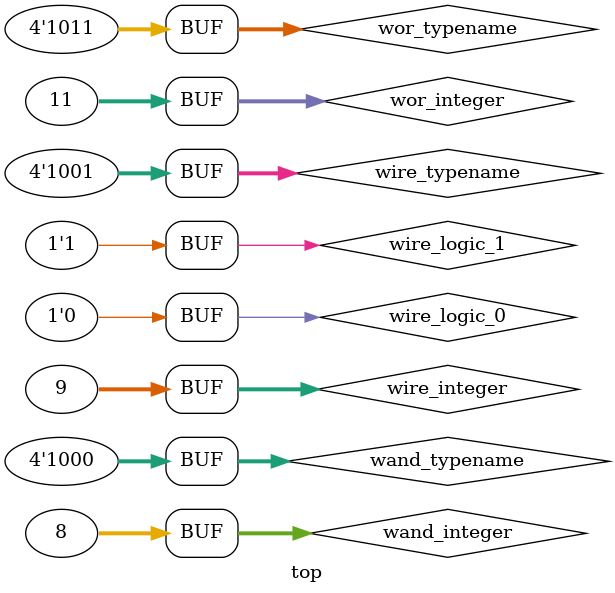
<source format=v>
/* Generated by Yosys 0.62+39 (git sha1 131911291-dirty, g++ 11.4.0-1ubuntu1~22.04.2 -Og -fPIC) */

(* keep =  1  *)
(* src = "dut.sv:1.1-34.10" *)
(* top =  1  *)
module top();
  (* src = "dut.sv:10.18-10.30" *)
  (* \wand  = 32'd1 *)
  wire [31:0] wand_integer;
  (* src = "dut.sv:4.16-4.28" *)
  (* \wand  = 32'd1 *)
  wire wand_logic_0;
  (* src = "dut.sv:5.16-5.28" *)
  (* \wand  = 32'd1 *)
  wire wand_logic_1;
  (* src = "dut.sv:15.19-15.32" *)
  (* \wand  = 32'd1 *)
  (* wiretype = "\\typename" *)
  wire [3:0] wand_typename;
  (* src = "dut.sv:9.18-9.30" *)
  wire [31:0] wire_integer;
  (* src = "dut.sv:2.16-2.28" *)
  wire wire_logic_0;
  (* src = "dut.sv:3.16-3.28" *)
  wire wire_logic_1;
  (* src = "dut.sv:14.19-14.32" *)
  (* wiretype = "\\typename" *)
  wire [3:0] wire_typename;
  (* src = "dut.sv:11.17-11.28" *)
  (* \wor  = 32'd1 *)
  wire [31:0] wor_integer;
  (* src = "dut.sv:6.15-6.26" *)
  (* \wor  = 32'd1 *)
  wire wor_logic_0;
  (* src = "dut.sv:7.15-7.26" *)
  (* \wor  = 32'd1 *)
  wire wor_logic_1;
  (* src = "dut.sv:16.18-16.30" *)
  (* wiretype = "\\typename" *)
  (* \wor  = 32'd1 *)
  wire [3:0] wor_typename;
  \$reduce_and  #(
    .A_SIGNED(32'd0),
    .A_WIDTH(32'd1),
    .Y_WIDTH(32'd1)
  ) _0_ (
    .A(1'h0),
    .Y(wand_logic_0)
  );
  \$reduce_and  #(
    .A_SIGNED(32'd0),
    .A_WIDTH(32'd1),
    .Y_WIDTH(32'd1)
  ) _1_ (
    .A(1'h1),
    .Y(wand_logic_1)
  );
  \$reduce_or  #(
    .A_SIGNED(32'd0),
    .A_WIDTH(32'd1),
    .Y_WIDTH(32'd1)
  ) _2_ (
    .A(1'h0),
    .Y(wor_logic_0)
  );
  \$reduce_or  #(
    .A_SIGNED(32'd0),
    .A_WIDTH(32'd1),
    .Y_WIDTH(32'd1)
  ) _3_ (
    .A(1'h1),
    .Y(wor_logic_1)
  );
  (* src = "dut.sv:28.9-28.41" *)
  \$check  #(
    .ARGS_WIDTH(32'd0),
    .FLAVOR("assert"),
    .FORMAT(),
    .PRIORITY(32'd4294967295),
    .TRG_ENABLE(32'd0),
    .TRG_POLARITY(),
    .TRG_WIDTH(32'd0)
  ) _4_ (
    .A(1'h1),
    .ARGS(),
    .EN(1'h1),
    .TRG()
  );
  assign wire_typename = 4'h9;
  assign wire_integer = 32'd9;
  assign wire_logic_1 = 1'h1;
  assign wire_logic_0 = 1'h0;
  assign wand_integer = 32'd8;
  assign wor_integer = 32'd11;
  assign wand_typename = 4'h8;
  assign wor_typename = 4'hb;
endmodule

</source>
